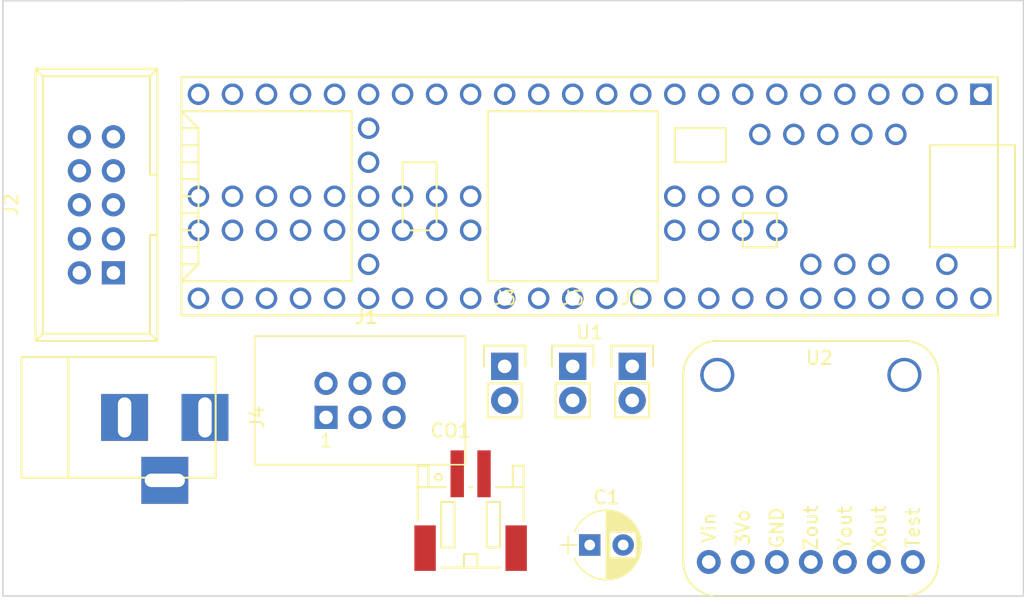
<source format=kicad_pcb>
(kicad_pcb (version 4) (host pcbnew 4.0.6)

  (general
    (links 31)
    (no_connects 31)
    (area 0 0 0 0)
    (thickness 1.6)
    (drawings 7)
    (tracks 0)
    (zones 0)
    (modules 10)
    (nets 90)
  )

  (page A4)
  (layers
    (0 F.Cu signal)
    (31 B.Cu signal)
    (32 B.Adhes user)
    (33 F.Adhes user)
    (34 B.Paste user)
    (35 F.Paste user)
    (36 B.SilkS user)
    (37 F.SilkS user)
    (38 B.Mask user)
    (39 F.Mask user)
    (40 Dwgs.User user)
    (41 Cmts.User user)
    (42 Eco1.User user)
    (43 Eco2.User user)
    (44 Edge.Cuts user)
    (45 Margin user)
    (46 B.CrtYd user)
    (47 F.CrtYd user)
    (48 B.Fab user)
    (49 F.Fab user)
  )

  (setup
    (last_trace_width 0.25)
    (trace_clearance 0.2)
    (zone_clearance 0.508)
    (zone_45_only no)
    (trace_min 0.2)
    (segment_width 0.2)
    (edge_width 0.1)
    (via_size 0.6)
    (via_drill 0.4)
    (via_min_size 0.4)
    (via_min_drill 0.3)
    (uvia_size 0.3)
    (uvia_drill 0.1)
    (uvias_allowed no)
    (uvia_min_size 0.2)
    (uvia_min_drill 0.1)
    (pcb_text_width 0.3)
    (pcb_text_size 1.5 1.5)
    (mod_edge_width 0.15)
    (mod_text_size 1 1)
    (mod_text_width 0.15)
    (pad_size 1.5 1.5)
    (pad_drill 0.6)
    (pad_to_mask_clearance 0)
    (aux_axis_origin 0 0)
    (visible_elements FFFFFF7F)
    (pcbplotparams
      (layerselection 0x00030_80000001)
      (usegerberextensions false)
      (excludeedgelayer true)
      (linewidth 0.100000)
      (plotframeref false)
      (viasonmask false)
      (mode 1)
      (useauxorigin false)
      (hpglpennumber 1)
      (hpglpenspeed 20)
      (hpglpendiameter 15)
      (hpglpenoverlay 2)
      (psnegative false)
      (psa4output false)
      (plotreference true)
      (plotvalue true)
      (plotinvisibletext false)
      (padsonsilk false)
      (subtractmaskfromsilk false)
      (outputformat 1)
      (mirror false)
      (drillshape 1)
      (scaleselection 1)
      (outputdirectory ""))
  )

  (net 0 "")
  (net 1 /5V)
  (net 2 /GND_)
  (net 3 /TX_GPS)
  (net 4 /TX-XB)
  (net 5 /RX-XB)
  (net 6 /RX-GPS)
  (net 7 /CTS-XB)
  (net 8 /CLK)
  (net 9 /CS-TC1)
  (net 10 /DIN)
  (net 11 /SCL)
  (net 12 /SDA)
  (net 13 /GIN)
  (net 14 /GIND)
  (net 15 /CS-TC2)
  (net 16 /XTRA)
  (net 17 "Net-(J4-Pad3)")
  (net 18 /DOUT)
  (net 19 "Net-(U1-Pad17)")
  (net 20 "Net-(U1-Pad18)")
  (net 21 "Net-(U1-Pad19)")
  (net 22 "Net-(U1-Pad20)")
  (net 23 "Net-(U1-Pad16)")
  (net 24 "Net-(U1-Pad15)")
  (net 25 "Net-(U1-Pad21)")
  (net 26 "Net-(U1-Pad22)")
  (net 27 "Net-(U1-Pad23)")
  (net 28 "Net-(U1-Pad24)")
  (net 29 "Net-(U1-Pad25)")
  (net 30 "Net-(U1-Pad26)")
  (net 31 "Net-(U1-Pad27)")
  (net 32 "Net-(U1-Pad28)")
  (net 33 "Net-(U1-Pad29)")
  (net 34 "Net-(U1-Pad33)")
  (net 35 "Net-(U1-Pad34)")
  (net 36 "Net-(U1-Pad35)")
  (net 37 "Net-(U1-Pad36)")
  (net 38 "Net-(U1-Pad37)")
  (net 39 /TX-GPS)
  (net 40 /CS_TS2)
  (net 41 "Net-(U1-Pad6)")
  (net 42 "Net-(U1-Pad4)")
  (net 43 "Net-(U1-Pad3)")
  (net 44 /TX_STRAT)
  (net 45 "Net-(U1-Pad38)")
  (net 46 "Net-(U1-Pad39)")
  (net 47 "Net-(U1-Pad41)")
  (net 48 "Net-(U1-Pad42)")
  (net 49 "Net-(U1-Pad43)")
  (net 50 "Net-(U1-Pad44)")
  (net 51 "Net-(U1-Pad47)")
  (net 52 "Net-(U1-Pad48)")
  (net 53 "Net-(U1-Pad49)")
  (net 54 "Net-(U1-Pad50)")
  (net 55 "Net-(U1-Pad51)")
  (net 56 "Net-(U1-Pad54)")
  (net 57 "Net-(U1-Pad56)")
  (net 58 "Net-(U1-Pad57)")
  (net 59 "Net-(U1-Pad63)")
  (net 60 "Net-(U1-Pad64)")
  (net 61 "Net-(U1-Pad65)")
  (net 62 "Net-(U1-Pad66)")
  (net 63 "Net-(U1-Pad67)")
  (net 64 "Net-(U1-Pad68)")
  (net 65 "Net-(U1-Pad69)")
  (net 66 "Net-(U1-Pad70)")
  (net 67 "Net-(U1-Pad71)")
  (net 68 "Net-(U1-Pad72)")
  (net 69 "Net-(U1-Pad73)")
  (net 70 "Net-(U1-Pad74)")
  (net 71 "Net-(U1-Pad75)")
  (net 72 "Net-(U1-Pad76)")
  (net 73 "Net-(U1-Pad77)")
  (net 74 "Net-(U1-Pad78)")
  (net 75 "Net-(U1-Pad79)")
  (net 76 "Net-(U1-Pad80)")
  (net 77 "Net-(U1-Pad81)")
  (net 78 "Net-(U1-Pad82)")
  (net 79 "Net-(U1-Pad83)")
  (net 80 "Net-(U1-Pad84)")
  (net 81 "Net-(U1-Pad85)")
  (net 82 "Net-(U1-Pad86)")
  (net 83 "Net-(U1-Pad58)")
  (net 84 "Net-(U1-Pad59)")
  (net 85 "Net-(U1-Pad60)")
  (net 86 "Net-(U1-Pad61)")
  (net 87 "Net-(U1-Pad62)")
  (net 88 "Net-(U2-Pad4)")
  (net 89 "Net-(U2-Pad2)")

  (net_class Default "This is the default net class."
    (clearance 0.2)
    (trace_width 0.25)
    (via_dia 0.6)
    (via_drill 0.4)
    (uvia_dia 0.3)
    (uvia_drill 0.1)
    (add_net /5V)
    (add_net /CLK)
    (add_net /CS-TC1)
    (add_net /CS-TC2)
    (add_net /CS_TS2)
    (add_net /CTS-XB)
    (add_net /DIN)
    (add_net /DOUT)
    (add_net /GIN)
    (add_net /GIND)
    (add_net /GND_)
    (add_net /RX-GPS)
    (add_net /RX-XB)
    (add_net /SCL)
    (add_net /SDA)
    (add_net /TX-GPS)
    (add_net /TX-XB)
    (add_net /TX_GPS)
    (add_net /TX_STRAT)
    (add_net /XTRA)
    (add_net "Net-(J4-Pad3)")
    (add_net "Net-(U1-Pad15)")
    (add_net "Net-(U1-Pad16)")
    (add_net "Net-(U1-Pad17)")
    (add_net "Net-(U1-Pad18)")
    (add_net "Net-(U1-Pad19)")
    (add_net "Net-(U1-Pad20)")
    (add_net "Net-(U1-Pad21)")
    (add_net "Net-(U1-Pad22)")
    (add_net "Net-(U1-Pad23)")
    (add_net "Net-(U1-Pad24)")
    (add_net "Net-(U1-Pad25)")
    (add_net "Net-(U1-Pad26)")
    (add_net "Net-(U1-Pad27)")
    (add_net "Net-(U1-Pad28)")
    (add_net "Net-(U1-Pad29)")
    (add_net "Net-(U1-Pad3)")
    (add_net "Net-(U1-Pad33)")
    (add_net "Net-(U1-Pad34)")
    (add_net "Net-(U1-Pad35)")
    (add_net "Net-(U1-Pad36)")
    (add_net "Net-(U1-Pad37)")
    (add_net "Net-(U1-Pad38)")
    (add_net "Net-(U1-Pad39)")
    (add_net "Net-(U1-Pad4)")
    (add_net "Net-(U1-Pad41)")
    (add_net "Net-(U1-Pad42)")
    (add_net "Net-(U1-Pad43)")
    (add_net "Net-(U1-Pad44)")
    (add_net "Net-(U1-Pad47)")
    (add_net "Net-(U1-Pad48)")
    (add_net "Net-(U1-Pad49)")
    (add_net "Net-(U1-Pad50)")
    (add_net "Net-(U1-Pad51)")
    (add_net "Net-(U1-Pad54)")
    (add_net "Net-(U1-Pad56)")
    (add_net "Net-(U1-Pad57)")
    (add_net "Net-(U1-Pad58)")
    (add_net "Net-(U1-Pad59)")
    (add_net "Net-(U1-Pad6)")
    (add_net "Net-(U1-Pad60)")
    (add_net "Net-(U1-Pad61)")
    (add_net "Net-(U1-Pad62)")
    (add_net "Net-(U1-Pad63)")
    (add_net "Net-(U1-Pad64)")
    (add_net "Net-(U1-Pad65)")
    (add_net "Net-(U1-Pad66)")
    (add_net "Net-(U1-Pad67)")
    (add_net "Net-(U1-Pad68)")
    (add_net "Net-(U1-Pad69)")
    (add_net "Net-(U1-Pad70)")
    (add_net "Net-(U1-Pad71)")
    (add_net "Net-(U1-Pad72)")
    (add_net "Net-(U1-Pad73)")
    (add_net "Net-(U1-Pad74)")
    (add_net "Net-(U1-Pad75)")
    (add_net "Net-(U1-Pad76)")
    (add_net "Net-(U1-Pad77)")
    (add_net "Net-(U1-Pad78)")
    (add_net "Net-(U1-Pad79)")
    (add_net "Net-(U1-Pad80)")
    (add_net "Net-(U1-Pad81)")
    (add_net "Net-(U1-Pad82)")
    (add_net "Net-(U1-Pad83)")
    (add_net "Net-(U1-Pad84)")
    (add_net "Net-(U1-Pad85)")
    (add_net "Net-(U1-Pad86)")
    (add_net "Net-(U2-Pad2)")
    (add_net "Net-(U2-Pad4)")
  )

  (module Capacitors_THT:CP_Radial_D5.0mm_P2.50mm (layer F.Cu) (tedit 58765D06) (tstamp 59A14B44)
    (at 156.845 76.835)
    (descr "CP, Radial series, Radial, pin pitch=2.50mm, , diameter=5mm, Electrolytic Capacitor")
    (tags "CP Radial series Radial pin pitch 2.50mm  diameter 5mm Electrolytic Capacitor")
    (path /595A3B64)
    (fp_text reference C1 (at 1.25 -3.56) (layer F.SilkS)
      (effects (font (size 1 1) (thickness 0.15)))
    )
    (fp_text value .1µf (at 1.25 3.56) (layer F.Fab)
      (effects (font (size 1 1) (thickness 0.15)))
    )
    (fp_arc (start 1.25 0) (end -1.147436 -0.98) (angle 135.5) (layer F.SilkS) (width 0.12))
    (fp_arc (start 1.25 0) (end -1.147436 0.98) (angle -135.5) (layer F.SilkS) (width 0.12))
    (fp_arc (start 1.25 0) (end 3.647436 -0.98) (angle 44.5) (layer F.SilkS) (width 0.12))
    (fp_circle (center 1.25 0) (end 3.75 0) (layer F.Fab) (width 0.1))
    (fp_line (start -2.2 0) (end -1 0) (layer F.Fab) (width 0.1))
    (fp_line (start -1.6 -0.65) (end -1.6 0.65) (layer F.Fab) (width 0.1))
    (fp_line (start 1.25 -2.55) (end 1.25 2.55) (layer F.SilkS) (width 0.12))
    (fp_line (start 1.29 -2.55) (end 1.29 2.55) (layer F.SilkS) (width 0.12))
    (fp_line (start 1.33 -2.549) (end 1.33 2.549) (layer F.SilkS) (width 0.12))
    (fp_line (start 1.37 -2.548) (end 1.37 2.548) (layer F.SilkS) (width 0.12))
    (fp_line (start 1.41 -2.546) (end 1.41 2.546) (layer F.SilkS) (width 0.12))
    (fp_line (start 1.45 -2.543) (end 1.45 2.543) (layer F.SilkS) (width 0.12))
    (fp_line (start 1.49 -2.539) (end 1.49 2.539) (layer F.SilkS) (width 0.12))
    (fp_line (start 1.53 -2.535) (end 1.53 -0.98) (layer F.SilkS) (width 0.12))
    (fp_line (start 1.53 0.98) (end 1.53 2.535) (layer F.SilkS) (width 0.12))
    (fp_line (start 1.57 -2.531) (end 1.57 -0.98) (layer F.SilkS) (width 0.12))
    (fp_line (start 1.57 0.98) (end 1.57 2.531) (layer F.SilkS) (width 0.12))
    (fp_line (start 1.61 -2.525) (end 1.61 -0.98) (layer F.SilkS) (width 0.12))
    (fp_line (start 1.61 0.98) (end 1.61 2.525) (layer F.SilkS) (width 0.12))
    (fp_line (start 1.65 -2.519) (end 1.65 -0.98) (layer F.SilkS) (width 0.12))
    (fp_line (start 1.65 0.98) (end 1.65 2.519) (layer F.SilkS) (width 0.12))
    (fp_line (start 1.69 -2.513) (end 1.69 -0.98) (layer F.SilkS) (width 0.12))
    (fp_line (start 1.69 0.98) (end 1.69 2.513) (layer F.SilkS) (width 0.12))
    (fp_line (start 1.73 -2.506) (end 1.73 -0.98) (layer F.SilkS) (width 0.12))
    (fp_line (start 1.73 0.98) (end 1.73 2.506) (layer F.SilkS) (width 0.12))
    (fp_line (start 1.77 -2.498) (end 1.77 -0.98) (layer F.SilkS) (width 0.12))
    (fp_line (start 1.77 0.98) (end 1.77 2.498) (layer F.SilkS) (width 0.12))
    (fp_line (start 1.81 -2.489) (end 1.81 -0.98) (layer F.SilkS) (width 0.12))
    (fp_line (start 1.81 0.98) (end 1.81 2.489) (layer F.SilkS) (width 0.12))
    (fp_line (start 1.85 -2.48) (end 1.85 -0.98) (layer F.SilkS) (width 0.12))
    (fp_line (start 1.85 0.98) (end 1.85 2.48) (layer F.SilkS) (width 0.12))
    (fp_line (start 1.89 -2.47) (end 1.89 -0.98) (layer F.SilkS) (width 0.12))
    (fp_line (start 1.89 0.98) (end 1.89 2.47) (layer F.SilkS) (width 0.12))
    (fp_line (start 1.93 -2.46) (end 1.93 -0.98) (layer F.SilkS) (width 0.12))
    (fp_line (start 1.93 0.98) (end 1.93 2.46) (layer F.SilkS) (width 0.12))
    (fp_line (start 1.971 -2.448) (end 1.971 -0.98) (layer F.SilkS) (width 0.12))
    (fp_line (start 1.971 0.98) (end 1.971 2.448) (layer F.SilkS) (width 0.12))
    (fp_line (start 2.011 -2.436) (end 2.011 -0.98) (layer F.SilkS) (width 0.12))
    (fp_line (start 2.011 0.98) (end 2.011 2.436) (layer F.SilkS) (width 0.12))
    (fp_line (start 2.051 -2.424) (end 2.051 -0.98) (layer F.SilkS) (width 0.12))
    (fp_line (start 2.051 0.98) (end 2.051 2.424) (layer F.SilkS) (width 0.12))
    (fp_line (start 2.091 -2.41) (end 2.091 -0.98) (layer F.SilkS) (width 0.12))
    (fp_line (start 2.091 0.98) (end 2.091 2.41) (layer F.SilkS) (width 0.12))
    (fp_line (start 2.131 -2.396) (end 2.131 -0.98) (layer F.SilkS) (width 0.12))
    (fp_line (start 2.131 0.98) (end 2.131 2.396) (layer F.SilkS) (width 0.12))
    (fp_line (start 2.171 -2.382) (end 2.171 -0.98) (layer F.SilkS) (width 0.12))
    (fp_line (start 2.171 0.98) (end 2.171 2.382) (layer F.SilkS) (width 0.12))
    (fp_line (start 2.211 -2.366) (end 2.211 -0.98) (layer F.SilkS) (width 0.12))
    (fp_line (start 2.211 0.98) (end 2.211 2.366) (layer F.SilkS) (width 0.12))
    (fp_line (start 2.251 -2.35) (end 2.251 -0.98) (layer F.SilkS) (width 0.12))
    (fp_line (start 2.251 0.98) (end 2.251 2.35) (layer F.SilkS) (width 0.12))
    (fp_line (start 2.291 -2.333) (end 2.291 -0.98) (layer F.SilkS) (width 0.12))
    (fp_line (start 2.291 0.98) (end 2.291 2.333) (layer F.SilkS) (width 0.12))
    (fp_line (start 2.331 -2.315) (end 2.331 -0.98) (layer F.SilkS) (width 0.12))
    (fp_line (start 2.331 0.98) (end 2.331 2.315) (layer F.SilkS) (width 0.12))
    (fp_line (start 2.371 -2.296) (end 2.371 -0.98) (layer F.SilkS) (width 0.12))
    (fp_line (start 2.371 0.98) (end 2.371 2.296) (layer F.SilkS) (width 0.12))
    (fp_line (start 2.411 -2.276) (end 2.411 -0.98) (layer F.SilkS) (width 0.12))
    (fp_line (start 2.411 0.98) (end 2.411 2.276) (layer F.SilkS) (width 0.12))
    (fp_line (start 2.451 -2.256) (end 2.451 -0.98) (layer F.SilkS) (width 0.12))
    (fp_line (start 2.451 0.98) (end 2.451 2.256) (layer F.SilkS) (width 0.12))
    (fp_line (start 2.491 -2.234) (end 2.491 -0.98) (layer F.SilkS) (width 0.12))
    (fp_line (start 2.491 0.98) (end 2.491 2.234) (layer F.SilkS) (width 0.12))
    (fp_line (start 2.531 -2.212) (end 2.531 -0.98) (layer F.SilkS) (width 0.12))
    (fp_line (start 2.531 0.98) (end 2.531 2.212) (layer F.SilkS) (width 0.12))
    (fp_line (start 2.571 -2.189) (end 2.571 -0.98) (layer F.SilkS) (width 0.12))
    (fp_line (start 2.571 0.98) (end 2.571 2.189) (layer F.SilkS) (width 0.12))
    (fp_line (start 2.611 -2.165) (end 2.611 -0.98) (layer F.SilkS) (width 0.12))
    (fp_line (start 2.611 0.98) (end 2.611 2.165) (layer F.SilkS) (width 0.12))
    (fp_line (start 2.651 -2.14) (end 2.651 -0.98) (layer F.SilkS) (width 0.12))
    (fp_line (start 2.651 0.98) (end 2.651 2.14) (layer F.SilkS) (width 0.12))
    (fp_line (start 2.691 -2.113) (end 2.691 -0.98) (layer F.SilkS) (width 0.12))
    (fp_line (start 2.691 0.98) (end 2.691 2.113) (layer F.SilkS) (width 0.12))
    (fp_line (start 2.731 -2.086) (end 2.731 -0.98) (layer F.SilkS) (width 0.12))
    (fp_line (start 2.731 0.98) (end 2.731 2.086) (layer F.SilkS) (width 0.12))
    (fp_line (start 2.771 -2.058) (end 2.771 -0.98) (layer F.SilkS) (width 0.12))
    (fp_line (start 2.771 0.98) (end 2.771 2.058) (layer F.SilkS) (width 0.12))
    (fp_line (start 2.811 -2.028) (end 2.811 -0.98) (layer F.SilkS) (width 0.12))
    (fp_line (start 2.811 0.98) (end 2.811 2.028) (layer F.SilkS) (width 0.12))
    (fp_line (start 2.851 -1.997) (end 2.851 -0.98) (layer F.SilkS) (width 0.12))
    (fp_line (start 2.851 0.98) (end 2.851 1.997) (layer F.SilkS) (width 0.12))
    (fp_line (start 2.891 -1.965) (end 2.891 -0.98) (layer F.SilkS) (width 0.12))
    (fp_line (start 2.891 0.98) (end 2.891 1.965) (layer F.SilkS) (width 0.12))
    (fp_line (start 2.931 -1.932) (end 2.931 -0.98) (layer F.SilkS) (width 0.12))
    (fp_line (start 2.931 0.98) (end 2.931 1.932) (layer F.SilkS) (width 0.12))
    (fp_line (start 2.971 -1.897) (end 2.971 -0.98) (layer F.SilkS) (width 0.12))
    (fp_line (start 2.971 0.98) (end 2.971 1.897) (layer F.SilkS) (width 0.12))
    (fp_line (start 3.011 -1.861) (end 3.011 -0.98) (layer F.SilkS) (width 0.12))
    (fp_line (start 3.011 0.98) (end 3.011 1.861) (layer F.SilkS) (width 0.12))
    (fp_line (start 3.051 -1.823) (end 3.051 -0.98) (layer F.SilkS) (width 0.12))
    (fp_line (start 3.051 0.98) (end 3.051 1.823) (layer F.SilkS) (width 0.12))
    (fp_line (start 3.091 -1.783) (end 3.091 -0.98) (layer F.SilkS) (width 0.12))
    (fp_line (start 3.091 0.98) (end 3.091 1.783) (layer F.SilkS) (width 0.12))
    (fp_line (start 3.131 -1.742) (end 3.131 -0.98) (layer F.SilkS) (width 0.12))
    (fp_line (start 3.131 0.98) (end 3.131 1.742) (layer F.SilkS) (width 0.12))
    (fp_line (start 3.171 -1.699) (end 3.171 -0.98) (layer F.SilkS) (width 0.12))
    (fp_line (start 3.171 0.98) (end 3.171 1.699) (layer F.SilkS) (width 0.12))
    (fp_line (start 3.211 -1.654) (end 3.211 -0.98) (layer F.SilkS) (width 0.12))
    (fp_line (start 3.211 0.98) (end 3.211 1.654) (layer F.SilkS) (width 0.12))
    (fp_line (start 3.251 -1.606) (end 3.251 -0.98) (layer F.SilkS) (width 0.12))
    (fp_line (start 3.251 0.98) (end 3.251 1.606) (layer F.SilkS) (width 0.12))
    (fp_line (start 3.291 -1.556) (end 3.291 -0.98) (layer F.SilkS) (width 0.12))
    (fp_line (start 3.291 0.98) (end 3.291 1.556) (layer F.SilkS) (width 0.12))
    (fp_line (start 3.331 -1.504) (end 3.331 -0.98) (layer F.SilkS) (width 0.12))
    (fp_line (start 3.331 0.98) (end 3.331 1.504) (layer F.SilkS) (width 0.12))
    (fp_line (start 3.371 -1.448) (end 3.371 -0.98) (layer F.SilkS) (width 0.12))
    (fp_line (start 3.371 0.98) (end 3.371 1.448) (layer F.SilkS) (width 0.12))
    (fp_line (start 3.411 -1.39) (end 3.411 -0.98) (layer F.SilkS) (width 0.12))
    (fp_line (start 3.411 0.98) (end 3.411 1.39) (layer F.SilkS) (width 0.12))
    (fp_line (start 3.451 -1.327) (end 3.451 -0.98) (layer F.SilkS) (width 0.12))
    (fp_line (start 3.451 0.98) (end 3.451 1.327) (layer F.SilkS) (width 0.12))
    (fp_line (start 3.491 -1.261) (end 3.491 1.261) (layer F.SilkS) (width 0.12))
    (fp_line (start 3.531 -1.189) (end 3.531 1.189) (layer F.SilkS) (width 0.12))
    (fp_line (start 3.571 -1.112) (end 3.571 1.112) (layer F.SilkS) (width 0.12))
    (fp_line (start 3.611 -1.028) (end 3.611 1.028) (layer F.SilkS) (width 0.12))
    (fp_line (start 3.651 -0.934) (end 3.651 0.934) (layer F.SilkS) (width 0.12))
    (fp_line (start 3.691 -0.829) (end 3.691 0.829) (layer F.SilkS) (width 0.12))
    (fp_line (start 3.731 -0.707) (end 3.731 0.707) (layer F.SilkS) (width 0.12))
    (fp_line (start 3.771 -0.559) (end 3.771 0.559) (layer F.SilkS) (width 0.12))
    (fp_line (start 3.811 -0.354) (end 3.811 0.354) (layer F.SilkS) (width 0.12))
    (fp_line (start -2.2 0) (end -1 0) (layer F.SilkS) (width 0.12))
    (fp_line (start -1.6 -0.65) (end -1.6 0.65) (layer F.SilkS) (width 0.12))
    (fp_line (start -1.6 -2.85) (end -1.6 2.85) (layer F.CrtYd) (width 0.05))
    (fp_line (start -1.6 2.85) (end 4.1 2.85) (layer F.CrtYd) (width 0.05))
    (fp_line (start 4.1 2.85) (end 4.1 -2.85) (layer F.CrtYd) (width 0.05))
    (fp_line (start 4.1 -2.85) (end -1.6 -2.85) (layer F.CrtYd) (width 0.05))
    (pad 1 thru_hole rect (at 0 0) (size 1.6 1.6) (drill 0.8) (layers *.Cu *.Mask)
      (net 1 /5V))
    (pad 2 thru_hole circle (at 2.5 0) (size 1.6 1.6) (drill 0.8) (layers *.Cu *.Mask)
      (net 2 /GND_))
    (model Capacitors_THT.3dshapes/CP_Radial_D5.0mm_P2.50mm.wrl
      (at (xyz 0 0 0))
      (scale (xyz 0.393701 0.393701 0.393701))
      (rotate (xyz 0 0 0))
    )
  )

  (module Connectors_JST:JST_PH_S2B-PH-SM4-TB_02x2.00mm_Angled (layer F.Cu) (tedit 56B07788) (tstamp 59A14B68)
    (at 147.955 74.295)
    (descr http://www.jst-mfg.com/product/pdf/eng/ePH.pdf)
    (tags "connector jst ph")
    (path /595E93CF)
    (attr smd)
    (fp_text reference CO1 (at -1.5 -6) (layer F.SilkS)
      (effects (font (size 1 1) (thickness 0.15)))
    )
    (fp_text value CONN_JST_2Pin (at 0 6) (layer F.Fab)
      (effects (font (size 1 1) (thickness 0.15)))
    )
    (fp_circle (center -2.4 -2.525) (end -2.15 -2.525) (layer F.SilkS) (width 0.15))
    (fp_line (start -0.5 4.225) (end -0.5 3.225) (layer F.SilkS) (width 0.15))
    (fp_line (start -0.5 3.225) (end 0.5 3.225) (layer F.SilkS) (width 0.15))
    (fp_line (start 0.5 3.225) (end 0.5 4.225) (layer F.SilkS) (width 0.15))
    (fp_line (start -1.9 -1.775) (end -3.15 -1.775) (layer F.SilkS) (width 0.15))
    (fp_line (start -3.15 -1.775) (end -3.15 -3.375) (layer F.SilkS) (width 0.15))
    (fp_line (start -3.15 -3.375) (end -3.95 -3.375) (layer F.SilkS) (width 0.15))
    (fp_line (start -3.95 -3.375) (end -3.95 0.725) (layer F.SilkS) (width 0.15))
    (fp_line (start -3.15 -1.775) (end -3.95 -1.775) (layer F.SilkS) (width 0.15))
    (fp_line (start 1.9 -1.775) (end 3.15 -1.775) (layer F.SilkS) (width 0.15))
    (fp_line (start 3.15 -1.775) (end 3.15 -3.375) (layer F.SilkS) (width 0.15))
    (fp_line (start 3.15 -3.375) (end 3.95 -3.375) (layer F.SilkS) (width 0.15))
    (fp_line (start 3.95 -3.375) (end 3.95 0.725) (layer F.SilkS) (width 0.15))
    (fp_line (start 3.15 -1.775) (end 3.95 -1.775) (layer F.SilkS) (width 0.15))
    (fp_line (start -2.2 4.225) (end 2.2 4.225) (layer F.SilkS) (width 0.15))
    (fp_line (start -2.2 -0.675) (end -2.2 2.725) (layer F.SilkS) (width 0.15))
    (fp_line (start -2.2 2.725) (end -1.2 2.725) (layer F.SilkS) (width 0.15))
    (fp_line (start -1.2 2.725) (end -1.2 -0.675) (layer F.SilkS) (width 0.15))
    (fp_line (start -1.2 -0.675) (end -2.2 -0.675) (layer F.SilkS) (width 0.15))
    (fp_line (start 2.2 -0.675) (end 2.2 2.725) (layer F.SilkS) (width 0.15))
    (fp_line (start 2.2 2.725) (end 1.2 2.725) (layer F.SilkS) (width 0.15))
    (fp_line (start 1.2 2.725) (end 1.2 -0.675) (layer F.SilkS) (width 0.15))
    (fp_line (start 1.2 -0.675) (end 2.2 -0.675) (layer F.SilkS) (width 0.15))
    (fp_line (start -0.1 -1.775) (end 0.1 -1.775) (layer F.SilkS) (width 0.15))
    (fp_line (start -4.7 5) (end -4.7 -5.05) (layer F.CrtYd) (width 0.05))
    (fp_line (start -4.7 -5.05) (end 4.7 -5.05) (layer F.CrtYd) (width 0.05))
    (fp_line (start 4.7 -5.05) (end 4.7 5) (layer F.CrtYd) (width 0.05))
    (fp_line (start 4.7 5) (end -4.7 5) (layer F.CrtYd) (width 0.05))
    (pad 1 smd rect (at -1 -2.775) (size 1 3.5) (layers F.Cu F.Paste F.Mask))
    (pad 2 smd rect (at 1 -2.775) (size 1 3.5) (layers F.Cu F.Paste F.Mask))
    (pad "" smd rect (at -3.4 2.775) (size 1.6 3.4) (layers F.Cu F.Paste F.Mask))
    (pad "" smd rect (at 3.4 2.775) (size 1.6 3.4) (layers F.Cu F.Paste F.Mask))
  )

  (module Connectors:IDC_Header_Straight_6pins (layer F.Cu) (tedit 584BD5A1) (tstamp 59A14B8A)
    (at 137.16 67.31)
    (descr "6 pins through hole IDC header")
    (tags "IDC header socket VASCH AVR ISP")
    (path /595A37A4)
    (fp_text reference J1 (at 3 -7.5) (layer F.SilkS)
      (effects (font (size 1 1) (thickness 0.15)))
    )
    (fp_text value CONN_02X03 (at 3 5) (layer F.Fab)
      (effects (font (size 1 1) (thickness 0.15)))
    )
    (fp_line (start -5.08 -5.82) (end 10.16 -5.82) (layer F.Fab) (width 0.1))
    (fp_line (start -4.54 -5.27) (end 9.6 -5.27) (layer F.Fab) (width 0.1))
    (fp_line (start -5.08 3.28) (end 10.16 3.28) (layer F.Fab) (width 0.1))
    (fp_line (start -4.54 2.73) (end 0.29 2.73) (layer F.Fab) (width 0.1))
    (fp_line (start 4.79 2.73) (end 9.6 2.73) (layer F.Fab) (width 0.1))
    (fp_line (start 0.29 2.73) (end 0.29 3.28) (layer F.Fab) (width 0.1))
    (fp_line (start 4.79 2.73) (end 4.79 3.28) (layer F.Fab) (width 0.1))
    (fp_line (start -5.08 -5.82) (end -5.08 3.28) (layer F.Fab) (width 0.1))
    (fp_line (start -4.54 -5.27) (end -4.54 2.73) (layer F.Fab) (width 0.1))
    (fp_line (start 10.16 -5.82) (end 10.16 3.28) (layer F.Fab) (width 0.1))
    (fp_line (start 9.6 -5.27) (end 9.6 2.73) (layer F.Fab) (width 0.1))
    (fp_line (start -5.08 -5.82) (end -4.54 -5.27) (layer F.Fab) (width 0.1))
    (fp_line (start 10.16 -5.82) (end 9.6 -5.27) (layer F.Fab) (width 0.1))
    (fp_line (start -5.08 3.28) (end -4.54 2.73) (layer F.Fab) (width 0.1))
    (fp_line (start 10.16 3.28) (end 9.6 2.73) (layer F.Fab) (width 0.1))
    (fp_line (start -5.58 -6.32) (end 10.66 -6.32) (layer F.CrtYd) (width 0.05))
    (fp_line (start 10.66 -6.32) (end 10.66 3.78) (layer F.CrtYd) (width 0.05))
    (fp_line (start 10.66 3.78) (end -5.58 3.78) (layer F.CrtYd) (width 0.05))
    (fp_line (start -5.58 3.78) (end -5.58 -6.32) (layer F.CrtYd) (width 0.05))
    (fp_text user 1 (at 0.02 1.72) (layer F.SilkS)
      (effects (font (size 1 1) (thickness 0.12)))
    )
    (fp_line (start -5.33 -6.07) (end 10.41 -6.07) (layer F.SilkS) (width 0.12))
    (fp_line (start 10.41 -6.07) (end 10.41 3.53) (layer F.SilkS) (width 0.12))
    (fp_line (start 10.41 3.53) (end -5.33 3.53) (layer F.SilkS) (width 0.12))
    (fp_line (start -5.33 3.53) (end -5.33 -6.07) (layer F.SilkS) (width 0.12))
    (pad 1 thru_hole rect (at 0 0) (size 1.7272 1.7272) (drill 1.016) (layers *.Cu *.Mask)
      (net 3 /TX_GPS))
    (pad 2 thru_hole oval (at 0 -2.54) (size 1.7272 1.7272) (drill 1.016) (layers *.Cu *.Mask)
      (net 2 /GND_))
    (pad 3 thru_hole oval (at 2.54 0) (size 1.7272 1.7272) (drill 1.016) (layers *.Cu *.Mask)
      (net 4 /TX-XB))
    (pad 4 thru_hole oval (at 2.54 -2.54) (size 1.7272 1.7272) (drill 1.016) (layers *.Cu *.Mask)
      (net 5 /RX-XB))
    (pad 5 thru_hole oval (at 5.08 0) (size 1.7272 1.7272) (drill 1.016) (layers *.Cu *.Mask)
      (net 6 /RX-GPS))
    (pad 6 thru_hole oval (at 5.08 -2.54) (size 1.7272 1.7272) (drill 1.016) (layers *.Cu *.Mask)
      (net 7 /CTS-XB))
  )

  (module Connectors:IDC_Header_Straight_10pins (layer F.Cu) (tedit 0) (tstamp 59A14BAB)
    (at 121.285 56.515 90)
    (descr "10 pins through hole IDC header")
    (tags "IDC header socket VASCH")
    (path /5959735F)
    (fp_text reference J2 (at 5.08 -7.62 90) (layer F.SilkS)
      (effects (font (size 1 1) (thickness 0.15)))
    )
    (fp_text value CONN_02X05 (at 5.08 5.223 90) (layer F.Fab)
      (effects (font (size 1 1) (thickness 0.15)))
    )
    (fp_line (start -5.08 -5.82) (end 15.24 -5.82) (layer F.SilkS) (width 0.15))
    (fp_line (start -4.54 -5.27) (end 14.68 -5.27) (layer F.SilkS) (width 0.15))
    (fp_line (start -5.08 3.28) (end 15.24 3.28) (layer F.SilkS) (width 0.15))
    (fp_line (start -4.54 2.73) (end 2.83 2.73) (layer F.SilkS) (width 0.15))
    (fp_line (start 7.33 2.73) (end 14.68 2.73) (layer F.SilkS) (width 0.15))
    (fp_line (start 2.83 2.73) (end 2.83 3.28) (layer F.SilkS) (width 0.15))
    (fp_line (start 7.33 2.73) (end 7.33 3.28) (layer F.SilkS) (width 0.15))
    (fp_line (start -5.08 -5.82) (end -5.08 3.28) (layer F.SilkS) (width 0.15))
    (fp_line (start -4.54 -5.27) (end -4.54 2.73) (layer F.SilkS) (width 0.15))
    (fp_line (start 15.24 -5.82) (end 15.24 3.28) (layer F.SilkS) (width 0.15))
    (fp_line (start 14.68 -5.27) (end 14.68 2.73) (layer F.SilkS) (width 0.15))
    (fp_line (start -5.08 -5.82) (end -4.54 -5.27) (layer F.SilkS) (width 0.15))
    (fp_line (start 15.24 -5.82) (end 14.68 -5.27) (layer F.SilkS) (width 0.15))
    (fp_line (start -5.08 3.28) (end -4.54 2.73) (layer F.SilkS) (width 0.15))
    (fp_line (start 15.24 3.28) (end 14.68 2.73) (layer F.SilkS) (width 0.15))
    (fp_line (start -5.35 -6.05) (end 15.5 -6.05) (layer F.CrtYd) (width 0.05))
    (fp_line (start 15.5 -6.05) (end 15.5 3.55) (layer F.CrtYd) (width 0.05))
    (fp_line (start 15.5 3.55) (end -5.35 3.55) (layer F.CrtYd) (width 0.05))
    (fp_line (start -5.35 3.55) (end -5.35 -6.05) (layer F.CrtYd) (width 0.05))
    (pad 1 thru_hole rect (at 0 0 90) (size 1.7272 1.7272) (drill 1.016) (layers *.Cu *.Mask)
      (net 8 /CLK))
    (pad 2 thru_hole oval (at 0 -2.54 90) (size 1.7272 1.7272) (drill 1.016) (layers *.Cu *.Mask)
      (net 9 /CS-TC1))
    (pad 3 thru_hole oval (at 2.54 0 90) (size 1.7272 1.7272) (drill 1.016) (layers *.Cu *.Mask)
      (net 10 /DIN))
    (pad 4 thru_hole oval (at 2.54 -2.54 90) (size 1.7272 1.7272) (drill 1.016) (layers *.Cu *.Mask)
      (net 2 /GND_))
    (pad 5 thru_hole oval (at 5.08 0 90) (size 1.7272 1.7272) (drill 1.016) (layers *.Cu *.Mask)
      (net 11 /SCL))
    (pad 6 thru_hole oval (at 5.08 -2.54 90) (size 1.7272 1.7272) (drill 1.016) (layers *.Cu *.Mask)
      (net 12 /SDA))
    (pad 7 thru_hole oval (at 7.62 0 90) (size 1.7272 1.7272) (drill 1.016) (layers *.Cu *.Mask)
      (net 13 /GIN))
    (pad 8 thru_hole oval (at 7.62 -2.54 90) (size 1.7272 1.7272) (drill 1.016) (layers *.Cu *.Mask)
      (net 14 /GIND))
    (pad 9 thru_hole oval (at 10.16 0 90) (size 1.7272 1.7272) (drill 1.016) (layers *.Cu *.Mask)
      (net 15 /CS-TC2))
    (pad 10 thru_hole oval (at 10.16 -2.54 90) (size 1.7272 1.7272) (drill 1.016) (layers *.Cu *.Mask)
      (net 16 /XTRA))
  )

  (module Pin_Headers:Pin_Header_Straight_1x02 (layer F.Cu) (tedit 54EA090C) (tstamp 59A14BBC)
    (at 150.495 63.5)
    (descr "Through hole pin header")
    (tags "pin header")
    (path /595E9E99)
    (fp_text reference J3 (at 0 -5.1) (layer F.SilkS)
      (effects (font (size 1 1) (thickness 0.15)))
    )
    (fp_text value POW_BYP (at 0 -3.1) (layer F.Fab)
      (effects (font (size 1 1) (thickness 0.15)))
    )
    (fp_line (start 1.27 1.27) (end 1.27 3.81) (layer F.SilkS) (width 0.15))
    (fp_line (start 1.55 -1.55) (end 1.55 0) (layer F.SilkS) (width 0.15))
    (fp_line (start -1.75 -1.75) (end -1.75 4.3) (layer F.CrtYd) (width 0.05))
    (fp_line (start 1.75 -1.75) (end 1.75 4.3) (layer F.CrtYd) (width 0.05))
    (fp_line (start -1.75 -1.75) (end 1.75 -1.75) (layer F.CrtYd) (width 0.05))
    (fp_line (start -1.75 4.3) (end 1.75 4.3) (layer F.CrtYd) (width 0.05))
    (fp_line (start 1.27 1.27) (end -1.27 1.27) (layer F.SilkS) (width 0.15))
    (fp_line (start -1.55 0) (end -1.55 -1.55) (layer F.SilkS) (width 0.15))
    (fp_line (start -1.55 -1.55) (end 1.55 -1.55) (layer F.SilkS) (width 0.15))
    (fp_line (start -1.27 1.27) (end -1.27 3.81) (layer F.SilkS) (width 0.15))
    (fp_line (start -1.27 3.81) (end 1.27 3.81) (layer F.SilkS) (width 0.15))
    (pad 1 thru_hole rect (at 0 0) (size 2.032 2.032) (drill 1.016) (layers *.Cu *.Mask)
      (net 1 /5V))
    (pad 2 thru_hole oval (at 0 2.54) (size 2.032 2.032) (drill 1.016) (layers *.Cu *.Mask)
      (net 2 /GND_))
    (model Pin_Headers.3dshapes/Pin_Header_Straight_1x02.wrl
      (at (xyz 0 -0.05 0))
      (scale (xyz 1 1 1))
      (rotate (xyz 0 0 90))
    )
  )

  (module Connectors:BARREL_JACK (layer F.Cu) (tedit 0) (tstamp 59A14BC8)
    (at 121.92 67.31)
    (descr "DC Barrel Jack")
    (tags "Power Jack")
    (path /595A3659)
    (fp_text reference J4 (at 10.09904 0 90) (layer F.SilkS)
      (effects (font (size 1 1) (thickness 0.15)))
    )
    (fp_text value BARREL_JACK (at 0 -5.99948) (layer F.Fab)
      (effects (font (size 1 1) (thickness 0.15)))
    )
    (fp_line (start -4.0005 -4.50088) (end -4.0005 4.50088) (layer F.SilkS) (width 0.15))
    (fp_line (start -7.50062 -4.50088) (end -7.50062 4.50088) (layer F.SilkS) (width 0.15))
    (fp_line (start -7.50062 4.50088) (end 7.00024 4.50088) (layer F.SilkS) (width 0.15))
    (fp_line (start 7.00024 4.50088) (end 7.00024 -4.50088) (layer F.SilkS) (width 0.15))
    (fp_line (start 7.00024 -4.50088) (end -7.50062 -4.50088) (layer F.SilkS) (width 0.15))
    (pad 1 thru_hole rect (at 6.20014 0) (size 3.50012 3.50012) (drill oval 1.00076 2.99974) (layers *.Cu *.Mask)
      (net 1 /5V))
    (pad 2 thru_hole rect (at 0.20066 0) (size 3.50012 3.50012) (drill oval 1.00076 2.99974) (layers *.Cu *.Mask)
      (net 2 /GND_))
    (pad 3 thru_hole rect (at 3.2004 4.699) (size 3.50012 3.50012) (drill oval 2.99974 1.00076) (layers *.Cu *.Mask)
      (net 17 "Net-(J4-Pad3)"))
  )

  (module Pin_Headers:Pin_Header_Straight_1x02 (layer F.Cu) (tedit 54EA090C) (tstamp 59A14BD9)
    (at 155.575 63.5)
    (descr "Through hole pin header")
    (tags "pin header")
    (path /5961A470)
    (fp_text reference J5 (at 0 -5.1) (layer F.SilkS)
      (effects (font (size 1 1) (thickness 0.15)))
    )
    (fp_text value CONN_01X02 (at 0 -3.1) (layer F.Fab)
      (effects (font (size 1 1) (thickness 0.15)))
    )
    (fp_line (start 1.27 1.27) (end 1.27 3.81) (layer F.SilkS) (width 0.15))
    (fp_line (start 1.55 -1.55) (end 1.55 0) (layer F.SilkS) (width 0.15))
    (fp_line (start -1.75 -1.75) (end -1.75 4.3) (layer F.CrtYd) (width 0.05))
    (fp_line (start 1.75 -1.75) (end 1.75 4.3) (layer F.CrtYd) (width 0.05))
    (fp_line (start -1.75 -1.75) (end 1.75 -1.75) (layer F.CrtYd) (width 0.05))
    (fp_line (start -1.75 4.3) (end 1.75 4.3) (layer F.CrtYd) (width 0.05))
    (fp_line (start 1.27 1.27) (end -1.27 1.27) (layer F.SilkS) (width 0.15))
    (fp_line (start -1.55 0) (end -1.55 -1.55) (layer F.SilkS) (width 0.15))
    (fp_line (start -1.55 -1.55) (end 1.55 -1.55) (layer F.SilkS) (width 0.15))
    (fp_line (start -1.27 1.27) (end -1.27 3.81) (layer F.SilkS) (width 0.15))
    (fp_line (start -1.27 3.81) (end 1.27 3.81) (layer F.SilkS) (width 0.15))
    (pad 1 thru_hole rect (at 0 0) (size 2.032 2.032) (drill 1.016) (layers *.Cu *.Mask)
      (net 10 /DIN))
    (pad 2 thru_hole oval (at 0 2.54) (size 2.032 2.032) (drill 1.016) (layers *.Cu *.Mask)
      (net 18 /DOUT))
    (model Pin_Headers.3dshapes/Pin_Header_Straight_1x02.wrl
      (at (xyz 0 -0.05 0))
      (scale (xyz 1 1 1))
      (rotate (xyz 0 0 90))
    )
  )

  (module Pin_Headers:Pin_Header_Straight_1x02 (layer F.Cu) (tedit 54EA090C) (tstamp 59A14BEA)
    (at 160.02 63.5)
    (descr "Through hole pin header")
    (tags "pin header")
    (path /5961A545)
    (fp_text reference J6 (at 0 -5.1) (layer F.SilkS)
      (effects (font (size 1 1) (thickness 0.15)))
    )
    (fp_text value CONN_01X02 (at 0 -3.1) (layer F.Fab)
      (effects (font (size 1 1) (thickness 0.15)))
    )
    (fp_line (start 1.27 1.27) (end 1.27 3.81) (layer F.SilkS) (width 0.15))
    (fp_line (start 1.55 -1.55) (end 1.55 0) (layer F.SilkS) (width 0.15))
    (fp_line (start -1.75 -1.75) (end -1.75 4.3) (layer F.CrtYd) (width 0.05))
    (fp_line (start 1.75 -1.75) (end 1.75 4.3) (layer F.CrtYd) (width 0.05))
    (fp_line (start -1.75 -1.75) (end 1.75 -1.75) (layer F.CrtYd) (width 0.05))
    (fp_line (start -1.75 4.3) (end 1.75 4.3) (layer F.CrtYd) (width 0.05))
    (fp_line (start 1.27 1.27) (end -1.27 1.27) (layer F.SilkS) (width 0.15))
    (fp_line (start -1.55 0) (end -1.55 -1.55) (layer F.SilkS) (width 0.15))
    (fp_line (start -1.55 -1.55) (end 1.55 -1.55) (layer F.SilkS) (width 0.15))
    (fp_line (start -1.27 1.27) (end -1.27 3.81) (layer F.SilkS) (width 0.15))
    (fp_line (start -1.27 3.81) (end 1.27 3.81) (layer F.SilkS) (width 0.15))
    (pad 1 thru_hole rect (at 0 0) (size 2.032 2.032) (drill 1.016) (layers *.Cu *.Mask)
      (net 11 /SCL))
    (pad 2 thru_hole oval (at 0 2.54) (size 2.032 2.032) (drill 1.016) (layers *.Cu *.Mask)
      (net 12 /SDA))
    (model Pin_Headers.3dshapes/Pin_Header_Straight_1x02.wrl
      (at (xyz 0 -0.05 0))
      (scale (xyz 1 1 1))
      (rotate (xyz 0 0 90))
    )
  )

  (module Teensy:Teensy35_36 (layer F.Cu) (tedit 58E3CF68) (tstamp 59A14C44)
    (at 156.845 50.8 180)
    (path /595E6F00)
    (fp_text reference U1 (at 0 -10.16 180) (layer F.SilkS)
      (effects (font (size 1 1) (thickness 0.15)))
    )
    (fp_text value Teensy3.5 (at 0 10.16 180) (layer F.Fab)
      (effects (font (size 1 1) (thickness 0.15)))
    )
    (fp_line (start -13.97 -3.81) (end -13.97 -1.27) (layer F.SilkS) (width 0.15))
    (fp_line (start -13.97 -1.27) (end -11.43 -1.27) (layer F.SilkS) (width 0.15))
    (fp_line (start -11.43 -1.27) (end -11.43 -3.81) (layer F.SilkS) (width 0.15))
    (fp_line (start -11.43 -3.81) (end -13.97 -3.81) (layer F.SilkS) (width 0.15))
    (fp_line (start -6.35 5.08) (end -10.16 5.08) (layer F.SilkS) (width 0.15))
    (fp_line (start -10.16 5.08) (end -10.16 2.54) (layer F.SilkS) (width 0.15))
    (fp_line (start -10.16 2.54) (end -6.35 2.54) (layer F.SilkS) (width 0.15))
    (fp_line (start -6.35 2.54) (end -6.35 5.08) (layer F.SilkS) (width 0.15))
    (fp_line (start 7.62 6.35) (end 7.62 -6.35) (layer F.SilkS) (width 0.15))
    (fp_line (start -5.08 -6.35) (end -5.08 6.35) (layer F.SilkS) (width 0.15))
    (fp_line (start -5.08 6.35) (end 7.62 6.35) (layer F.SilkS) (width 0.15))
    (fp_line (start -5.08 -6.35) (end 7.62 -6.35) (layer F.SilkS) (width 0.15))
    (fp_line (start 29.21 5.08) (end 30.48 5.08) (layer F.SilkS) (width 0.15))
    (fp_line (start 29.21 3.81) (end 30.48 3.81) (layer F.SilkS) (width 0.15))
    (fp_line (start 29.21 2.54) (end 30.48 2.54) (layer F.SilkS) (width 0.15))
    (fp_line (start 29.21 1.27) (end 30.48 1.27) (layer F.SilkS) (width 0.15))
    (fp_line (start 29.21 0) (end 30.48 0) (layer F.SilkS) (width 0.15))
    (fp_line (start 29.21 -1.27) (end 30.48 -1.27) (layer F.SilkS) (width 0.15))
    (fp_line (start 29.21 -2.54) (end 30.48 -2.54) (layer F.SilkS) (width 0.15))
    (fp_line (start 29.21 -3.81) (end 30.48 -3.81) (layer F.SilkS) (width 0.15))
    (fp_line (start 29.21 -5.08) (end 30.48 -5.08) (layer F.SilkS) (width 0.15))
    (fp_line (start 30.48 6.35) (end 29.21 5.08) (layer F.SilkS) (width 0.15))
    (fp_line (start 29.21 5.08) (end 29.21 -5.08) (layer F.SilkS) (width 0.15))
    (fp_line (start 29.21 -5.08) (end 30.48 -6.35) (layer F.SilkS) (width 0.15))
    (fp_line (start 30.48 -6.35) (end 17.78 -6.35) (layer F.SilkS) (width 0.15))
    (fp_line (start 17.78 -6.35) (end 17.78 6.35) (layer F.SilkS) (width 0.15))
    (fp_line (start 17.78 6.35) (end 30.48 6.35) (layer F.SilkS) (width 0.15))
    (fp_line (start 30.48 -8.89) (end -30.48 -8.89) (layer F.SilkS) (width 0.15))
    (fp_line (start -30.48 8.89) (end 30.48 8.89) (layer F.SilkS) (width 0.15))
    (fp_line (start -30.48 3.81) (end -31.75 3.81) (layer F.SilkS) (width 0.15))
    (fp_line (start -31.75 3.81) (end -31.75 -3.81) (layer F.SilkS) (width 0.15))
    (fp_line (start -31.75 -3.81) (end -30.48 -3.81) (layer F.SilkS) (width 0.15))
    (fp_line (start -25.4 3.81) (end -25.4 -3.81) (layer F.SilkS) (width 0.15))
    (fp_line (start -25.4 -3.81) (end -30.48 -3.81) (layer F.SilkS) (width 0.15))
    (fp_line (start -25.4 3.81) (end -30.48 3.81) (layer F.SilkS) (width 0.15))
    (fp_line (start 13.97 -2.54) (end 13.97 2.54) (layer F.SilkS) (width 0.15))
    (fp_line (start 13.97 2.54) (end 11.43 2.54) (layer F.SilkS) (width 0.15))
    (fp_line (start 11.43 2.54) (end 11.43 -2.54) (layer F.SilkS) (width 0.15))
    (fp_line (start 11.43 -2.54) (end 13.97 -2.54) (layer F.SilkS) (width 0.15))
    (fp_line (start 30.48 -8.89) (end 30.48 8.89) (layer F.SilkS) (width 0.15))
    (fp_line (start -30.48 8.89) (end -30.48 -8.89) (layer F.SilkS) (width 0.15))
    (pad 17 thru_hole circle (at 11.43 7.62 180) (size 1.6 1.6) (drill 1.1) (layers *.Cu *.Mask)
      (net 19 "Net-(U1-Pad17)"))
    (pad 18 thru_hole circle (at 13.97 7.62 180) (size 1.6 1.6) (drill 1.1) (layers *.Cu *.Mask)
      (net 20 "Net-(U1-Pad18)"))
    (pad 19 thru_hole circle (at 16.51 7.62 180) (size 1.6 1.6) (drill 1.1) (layers *.Cu *.Mask)
      (net 21 "Net-(U1-Pad19)"))
    (pad 20 thru_hole circle (at 19.05 7.62 180) (size 1.6 1.6) (drill 1.1) (layers *.Cu *.Mask)
      (net 22 "Net-(U1-Pad20)"))
    (pad 16 thru_hole circle (at 8.89 7.62 180) (size 1.6 1.6) (drill 1.1) (layers *.Cu *.Mask)
      (net 23 "Net-(U1-Pad16)"))
    (pad 15 thru_hole circle (at 6.35 7.62 180) (size 1.6 1.6) (drill 1.1) (layers *.Cu *.Mask)
      (net 24 "Net-(U1-Pad15)"))
    (pad 14 thru_hole circle (at 3.81 7.62 180) (size 1.6 1.6) (drill 1.1) (layers *.Cu *.Mask)
      (net 18 /DOUT))
    (pad 21 thru_hole circle (at 21.59 7.62 180) (size 1.6 1.6) (drill 1.1) (layers *.Cu *.Mask)
      (net 25 "Net-(U1-Pad21)"))
    (pad 22 thru_hole circle (at 24.13 7.62 180) (size 1.6 1.6) (drill 1.1) (layers *.Cu *.Mask)
      (net 26 "Net-(U1-Pad22)"))
    (pad 23 thru_hole circle (at 26.67 7.62 180) (size 1.6 1.6) (drill 1.1) (layers *.Cu *.Mask)
      (net 27 "Net-(U1-Pad23)"))
    (pad 24 thru_hole circle (at 29.21 7.62 180) (size 1.6 1.6) (drill 1.1) (layers *.Cu *.Mask)
      (net 28 "Net-(U1-Pad24)"))
    (pad 25 thru_hole circle (at 16.51 5.08 180) (size 1.6 1.6) (drill 1.1) (layers *.Cu *.Mask)
      (net 29 "Net-(U1-Pad25)"))
    (pad 26 thru_hole circle (at 16.51 2.54 180) (size 1.6 1.6) (drill 1.1) (layers *.Cu *.Mask)
      (net 30 "Net-(U1-Pad26)"))
    (pad 27 thru_hole circle (at 16.51 0 180) (size 1.6 1.6) (drill 1.1) (layers *.Cu *.Mask)
      (net 31 "Net-(U1-Pad27)"))
    (pad 28 thru_hole circle (at 16.51 -2.54 180) (size 1.6 1.6) (drill 1.1) (layers *.Cu *.Mask)
      (net 32 "Net-(U1-Pad28)"))
    (pad 29 thru_hole circle (at 16.51 -5.08 180) (size 1.6 1.6) (drill 1.1) (layers *.Cu *.Mask)
      (net 33 "Net-(U1-Pad29)"))
    (pad 30 thru_hole circle (at 29.21 -7.62 180) (size 1.6 1.6) (drill 1.1) (layers *.Cu *.Mask)
      (net 13 /GIN))
    (pad 31 thru_hole circle (at 26.67 -7.62 180) (size 1.6 1.6) (drill 1.1) (layers *.Cu *.Mask)
      (net 14 /GIND))
    (pad 32 thru_hole circle (at 24.13 -7.62 180) (size 1.6 1.6) (drill 1.1) (layers *.Cu *.Mask)
      (net 16 /XTRA))
    (pad 33 thru_hole circle (at 21.59 -7.62 180) (size 1.6 1.6) (drill 1.1) (layers *.Cu *.Mask)
      (net 34 "Net-(U1-Pad33)"))
    (pad 34 thru_hole circle (at 19.05 -7.62 180) (size 1.6 1.6) (drill 1.1) (layers *.Cu *.Mask)
      (net 35 "Net-(U1-Pad34)"))
    (pad 35 thru_hole circle (at 16.51 -7.62 180) (size 1.6 1.6) (drill 1.1) (layers *.Cu *.Mask)
      (net 36 "Net-(U1-Pad35)"))
    (pad 36 thru_hole circle (at 13.97 -7.62 180) (size 1.6 1.6) (drill 1.1) (layers *.Cu *.Mask)
      (net 37 "Net-(U1-Pad36)"))
    (pad 37 thru_hole circle (at 11.43 -7.62 180) (size 1.6 1.6) (drill 1.1) (layers *.Cu *.Mask)
      (net 38 "Net-(U1-Pad37)"))
    (pad 13 thru_hole circle (at 1.27 7.62 180) (size 1.6 1.6) (drill 1.1) (layers *.Cu *.Mask)
      (net 10 /DIN))
    (pad 12 thru_hole circle (at -1.27 7.62 180) (size 1.6 1.6) (drill 1.1) (layers *.Cu *.Mask)
      (net 6 /RX-GPS))
    (pad 11 thru_hole circle (at -3.81 7.62 180) (size 1.6 1.6) (drill 1.1) (layers *.Cu *.Mask)
      (net 39 /TX-GPS))
    (pad 10 thru_hole circle (at -6.35 7.62 180) (size 1.6 1.6) (drill 1.1) (layers *.Cu *.Mask)
      (net 5 /RX-XB))
    (pad 9 thru_hole circle (at -8.89 7.62 180) (size 1.6 1.6) (drill 1.1) (layers *.Cu *.Mask)
      (net 4 /TX-XB))
    (pad 8 thru_hole circle (at -11.43 7.62 180) (size 1.6 1.6) (drill 1.1) (layers *.Cu *.Mask)
      (net 9 /CS-TC1))
    (pad 7 thru_hole circle (at -13.97 7.62 180) (size 1.6 1.6) (drill 1.1) (layers *.Cu *.Mask)
      (net 40 /CS_TS2))
    (pad 6 thru_hole circle (at -16.51 7.62 180) (size 1.6 1.6) (drill 1.1) (layers *.Cu *.Mask)
      (net 41 "Net-(U1-Pad6)"))
    (pad 5 thru_hole circle (at -19.05 7.62 180) (size 1.6 1.6) (drill 1.1) (layers *.Cu *.Mask)
      (net 7 /CTS-XB))
    (pad 4 thru_hole circle (at -21.59 7.62 180) (size 1.6 1.6) (drill 1.1) (layers *.Cu *.Mask)
      (net 42 "Net-(U1-Pad4)"))
    (pad 3 thru_hole circle (at -24.13 7.62 180) (size 1.6 1.6) (drill 1.1) (layers *.Cu *.Mask)
      (net 43 "Net-(U1-Pad3)"))
    (pad 2 thru_hole circle (at -26.67 7.62 180) (size 1.6 1.6) (drill 1.1) (layers *.Cu *.Mask)
      (net 44 /TX_STRAT))
    (pad 1 thru_hole rect (at -29.21 7.62 180) (size 1.6 1.6) (drill 1.1) (layers *.Cu *.Mask)
      (net 2 /GND_))
    (pad 38 thru_hole circle (at 8.89 -7.62 180) (size 1.6 1.6) (drill 1.1) (layers *.Cu *.Mask)
      (net 45 "Net-(U1-Pad38)"))
    (pad 39 thru_hole circle (at 6.35 -7.62 180) (size 1.6 1.6) (drill 1.1) (layers *.Cu *.Mask)
      (net 46 "Net-(U1-Pad39)"))
    (pad 40 thru_hole circle (at 3.81 -7.62 180) (size 1.6 1.6) (drill 1.1) (layers *.Cu *.Mask)
      (net 8 /CLK))
    (pad 41 thru_hole circle (at 1.27 -7.62 180) (size 1.6 1.6) (drill 1.1) (layers *.Cu *.Mask)
      (net 47 "Net-(U1-Pad41)"))
    (pad 42 thru_hole circle (at -1.27 -7.62 180) (size 1.6 1.6) (drill 1.1) (layers *.Cu *.Mask)
      (net 48 "Net-(U1-Pad42)"))
    (pad 43 thru_hole circle (at -3.81 -7.62 180) (size 1.6 1.6) (drill 1.1) (layers *.Cu *.Mask)
      (net 49 "Net-(U1-Pad43)"))
    (pad 44 thru_hole circle (at -6.35 -7.62 180) (size 1.6 1.6) (drill 1.1) (layers *.Cu *.Mask)
      (net 50 "Net-(U1-Pad44)"))
    (pad 45 thru_hole circle (at -8.89 -7.62 180) (size 1.6 1.6) (drill 1.1) (layers *.Cu *.Mask)
      (net 12 /SDA))
    (pad 46 thru_hole circle (at -11.43 -7.62 180) (size 1.6 1.6) (drill 1.1) (layers *.Cu *.Mask)
      (net 11 /SCL))
    (pad 47 thru_hole circle (at -13.97 -7.62 180) (size 1.6 1.6) (drill 1.1) (layers *.Cu *.Mask)
      (net 51 "Net-(U1-Pad47)"))
    (pad 48 thru_hole circle (at -16.51 -7.62 180) (size 1.6 1.6) (drill 1.1) (layers *.Cu *.Mask)
      (net 52 "Net-(U1-Pad48)"))
    (pad 49 thru_hole circle (at -19.05 -7.62 180) (size 1.6 1.6) (drill 1.1) (layers *.Cu *.Mask)
      (net 53 "Net-(U1-Pad49)"))
    (pad 50 thru_hole circle (at -21.59 -7.62 180) (size 1.6 1.6) (drill 1.1) (layers *.Cu *.Mask)
      (net 54 "Net-(U1-Pad50)"))
    (pad 51 thru_hole circle (at -24.13 -7.62 180) (size 1.6 1.6) (drill 1.1) (layers *.Cu *.Mask)
      (net 55 "Net-(U1-Pad51)"))
    (pad 52 thru_hole circle (at -26.67 -7.62 180) (size 1.6 1.6) (drill 1.1) (layers *.Cu *.Mask)
      (net 2 /GND_))
    (pad 53 thru_hole circle (at -29.21 -7.62 180) (size 1.6 1.6) (drill 1.1) (layers *.Cu *.Mask)
      (net 1 /5V))
    (pad 54 thru_hole circle (at -26.67 -5.08 180) (size 1.6 1.6) (drill 1.1) (layers *.Cu *.Mask)
      (net 56 "Net-(U1-Pad54)"))
    (pad 55 thru_hole circle (at -21.59 -5.08 180) (size 1.6 1.6) (drill 1.1) (layers *.Cu *.Mask)
      (net 1 /5V))
    (pad 56 thru_hole circle (at -19.05 -5.08 180) (size 1.6 1.6) (drill 1.1) (layers *.Cu *.Mask)
      (net 57 "Net-(U1-Pad56)"))
    (pad 57 thru_hole circle (at -16.51 -5.08 180) (size 1.6 1.6) (drill 1.1) (layers *.Cu *.Mask)
      (net 58 "Net-(U1-Pad57)"))
    (pad 63 thru_hole circle (at -13.97 0 180) (size 1.6 1.6) (drill 1.1) (layers *.Cu *.Mask)
      (net 59 "Net-(U1-Pad63)"))
    (pad 64 thru_hole circle (at -11.43 0 180) (size 1.6 1.6) (drill 1.1) (layers *.Cu *.Mask)
      (net 60 "Net-(U1-Pad64)"))
    (pad 65 thru_hole circle (at -8.89 0 180) (size 1.6 1.6) (drill 1.1) (layers *.Cu *.Mask)
      (net 61 "Net-(U1-Pad65)"))
    (pad 66 thru_hole circle (at -6.35 0 180) (size 1.6 1.6) (drill 1.1) (layers *.Cu *.Mask)
      (net 62 "Net-(U1-Pad66)"))
    (pad 67 thru_hole circle (at 8.89 0 180) (size 1.6 1.6) (drill 1.1) (layers *.Cu *.Mask)
      (net 63 "Net-(U1-Pad67)"))
    (pad 68 thru_hole circle (at 11.43 0 180) (size 1.6 1.6) (drill 1.1) (layers *.Cu *.Mask)
      (net 64 "Net-(U1-Pad68)"))
    (pad 69 thru_hole circle (at 13.97 0 180) (size 1.6 1.6) (drill 1.1) (layers *.Cu *.Mask)
      (net 65 "Net-(U1-Pad69)"))
    (pad 70 thru_hole circle (at 19.05 0 180) (size 1.6 1.6) (drill 1.1) (layers *.Cu *.Mask)
      (net 66 "Net-(U1-Pad70)"))
    (pad 71 thru_hole circle (at 21.59 0 180) (size 1.6 1.6) (drill 1.1) (layers *.Cu *.Mask)
      (net 67 "Net-(U1-Pad71)"))
    (pad 72 thru_hole circle (at 24.13 0 180) (size 1.6 1.6) (drill 1.1) (layers *.Cu *.Mask)
      (net 68 "Net-(U1-Pad72)"))
    (pad 73 thru_hole circle (at 26.67 0 180) (size 1.6 1.6) (drill 1.1) (layers *.Cu *.Mask)
      (net 69 "Net-(U1-Pad73)"))
    (pad 74 thru_hole circle (at 29.21 0 180) (size 1.6 1.6) (drill 1.1) (layers *.Cu *.Mask)
      (net 70 "Net-(U1-Pad74)"))
    (pad 75 thru_hole circle (at 29.21 -2.54 180) (size 1.6 1.6) (drill 1.1) (layers *.Cu *.Mask)
      (net 71 "Net-(U1-Pad75)"))
    (pad 76 thru_hole circle (at 26.67 -2.54 180) (size 1.6 1.6) (drill 1.1) (layers *.Cu *.Mask)
      (net 72 "Net-(U1-Pad76)"))
    (pad 77 thru_hole circle (at 24.13 -2.54 180) (size 1.6 1.6) (drill 1.1) (layers *.Cu *.Mask)
      (net 73 "Net-(U1-Pad77)"))
    (pad 78 thru_hole circle (at 21.59 -2.54 180) (size 1.6 1.6) (drill 1.1) (layers *.Cu *.Mask)
      (net 74 "Net-(U1-Pad78)"))
    (pad 79 thru_hole circle (at 19.05 -2.54 180) (size 1.6 1.6) (drill 1.1) (layers *.Cu *.Mask)
      (net 75 "Net-(U1-Pad79)"))
    (pad 80 thru_hole circle (at 13.97 -2.54 180) (size 1.6 1.6) (drill 1.1) (layers *.Cu *.Mask)
      (net 76 "Net-(U1-Pad80)"))
    (pad 81 thru_hole circle (at 11.43 -2.54 180) (size 1.6 1.6) (drill 1.1) (layers *.Cu *.Mask)
      (net 77 "Net-(U1-Pad81)"))
    (pad 82 thru_hole circle (at 8.89 -2.54 180) (size 1.6 1.6) (drill 1.1) (layers *.Cu *.Mask)
      (net 78 "Net-(U1-Pad82)"))
    (pad 83 thru_hole circle (at -6.35 -2.54 180) (size 1.6 1.6) (drill 1.1) (layers *.Cu *.Mask)
      (net 79 "Net-(U1-Pad83)"))
    (pad 84 thru_hole circle (at -8.89 -2.54 180) (size 1.6 1.6) (drill 1.1) (layers *.Cu *.Mask)
      (net 80 "Net-(U1-Pad84)"))
    (pad 85 thru_hole circle (at -11.43 -2.54 180) (size 1.6 1.6) (drill 1.1) (layers *.Cu *.Mask)
      (net 81 "Net-(U1-Pad85)"))
    (pad 86 thru_hole circle (at -13.97 -2.54 180) (size 1.6 1.6) (drill 1.1) (layers *.Cu *.Mask)
      (net 82 "Net-(U1-Pad86)"))
    (pad 58 thru_hole circle (at -22.86 4.62 180) (size 1.6 1.6) (drill 1.1) (layers *.Cu *.Mask)
      (net 83 "Net-(U1-Pad58)"))
    (pad 59 thru_hole circle (at -20.32 4.62 180) (size 1.6 1.6) (drill 1.1) (layers *.Cu *.Mask)
      (net 84 "Net-(U1-Pad59)"))
    (pad 60 thru_hole circle (at -17.78 4.62 180) (size 1.6 1.6) (drill 1.1) (layers *.Cu *.Mask)
      (net 85 "Net-(U1-Pad60)"))
    (pad 61 thru_hole circle (at -15.24 4.62 180) (size 1.6 1.6) (drill 1.1) (layers *.Cu *.Mask)
      (net 86 "Net-(U1-Pad61)"))
    (pad 62 thru_hole circle (at -12.7 4.62 180) (size 1.6 1.6) (drill 1.1) (layers *.Cu *.Mask)
      (net 87 "Net-(U1-Pad62)"))
  )

  (module adafruit_BOBs:Accel_BOB_A1413 (layer F.Cu) (tedit 595DB013) (tstamp 59A14C51)
    (at 173.99 71.755)
    (path /595E746A)
    (fp_text reference U2 (at 0 -8.89) (layer F.SilkS)
      (effects (font (size 1 1) (thickness 0.15)))
    )
    (fp_text value ACCL_BOB_A1413 (at -0.635 0.635 180) (layer F.Fab)
      (effects (font (size 1 1) (thickness 0.15)))
    )
    (fp_text user Test (at 6.985 3.81 90) (layer F.SilkS)
      (effects (font (size 1 1) (thickness 0.15)))
    )
    (fp_text user Xout (at 4.445 3.81 90) (layer F.SilkS)
      (effects (font (size 1 1) (thickness 0.15)))
    )
    (fp_text user Yout (at 1.905 3.81 90) (layer F.SilkS)
      (effects (font (size 1 1) (thickness 0.15)))
    )
    (fp_text user Zout (at -0.635 3.81 90) (layer F.SilkS)
      (effects (font (size 1 1) (thickness 0.15)))
    )
    (fp_text user GND (at -3.175 3.81 90) (layer F.SilkS)
      (effects (font (size 1 1) (thickness 0.15)))
    )
    (fp_text user 3Vo (at -5.715 3.81 90) (layer F.SilkS)
      (effects (font (size 1 1) (thickness 0.15)))
    )
    (fp_text user Vin (at -8.255 3.81 90) (layer F.SilkS)
      (effects (font (size 1 1) (thickness 0.15)))
    )
    (fp_line (start -7.62 8.89) (end 6.35 8.89) (layer F.SilkS) (width 0.15))
    (fp_line (start -10.16 -7.62) (end -10.16 6.35) (layer F.SilkS) (width 0.15))
    (fp_line (start 8.89 -7.62) (end 8.89 6.35) (layer F.SilkS) (width 0.15))
    (fp_arc (start 6.35 6.35) (end 8.89 6.35) (angle 90) (layer F.SilkS) (width 0.15))
    (fp_arc (start -7.62 6.35) (end -7.62 8.89) (angle 90) (layer F.SilkS) (width 0.15))
    (fp_line (start 6.35 -10.16) (end -7.62 -10.16) (layer F.SilkS) (width 0.15))
    (fp_arc (start 6.35 -7.62) (end 6.35 -10.16) (angle 90) (layer F.SilkS) (width 0.15))
    (fp_arc (start -7.62 -7.62) (end -10.16 -7.62) (angle 90) (layer F.SilkS) (width 0.15))
    (pad TH_1 thru_hole circle (at 6.35 -7.62) (size 2.54 2.54) (drill 2.032) (layers *.Cu *.Mask))
    (pad TH thru_hole circle (at -7.62 -7.62) (size 2.54 2.54) (drill 2.032) (layers *.Cu *.Mask))
    (pad 4 thru_hole circle (at -0.635 6.35) (size 1.778 1.778) (drill 1.016) (layers *.Cu *.Mask)
      (net 88 "Net-(U2-Pad4)"))
    (pad 5 thru_hole circle (at 1.905 6.35) (size 1.778 1.778) (drill 1.016) (layers *.Cu *.Mask)
      (net 53 "Net-(U1-Pad49)"))
    (pad 6 thru_hole circle (at 4.445 6.35) (size 1.778 1.778) (drill 1.016) (layers *.Cu *.Mask)
      (net 52 "Net-(U1-Pad48)"))
    (pad 7 thru_hole circle (at 6.985 6.35) (size 1.778 1.778) (drill 1.016) (layers *.Cu *.Mask)
      (net 50 "Net-(U1-Pad44)"))
    (pad 3 thru_hole circle (at -3.175 6.35) (size 1.778 1.778) (drill 1.016) (layers *.Cu *.Mask)
      (net 2 /GND_))
    (pad 2 thru_hole circle (at -5.715 6.35) (size 1.778 1.778) (drill 1.016) (layers *.Cu *.Mask)
      (net 89 "Net-(U2-Pad2)"))
    (pad 1 thru_hole circle (at -8.255 6.35) (size 1.778 1.778) (drill 1.016) (layers *.Cu *.Mask)
      (net 1 /5V))
  )

  (gr_line (start 125.73 80.645) (end 113.03 80.645) (angle 90) (layer Edge.Cuts) (width 0.1))
  (gr_line (start 113.03 36.195) (end 126.365 36.195) (angle 90) (layer Edge.Cuts) (width 0.1))
  (gr_line (start 125.095 36.195) (end 113.03 36.195) (angle 90) (layer Edge.Cuts) (width 0.1))
  (gr_line (start 113.03 80.645) (end 113.03 36.195) (angle 90) (layer Edge.Cuts) (width 0.1))
  (gr_line (start 189.23 80.645) (end 125.73 80.645) (angle 90) (layer Edge.Cuts) (width 0.1))
  (gr_line (start 189.23 36.195) (end 189.23 80.645) (angle 90) (layer Edge.Cuts) (width 0.1))
  (gr_line (start 125.73 36.195) (end 189.23 36.195) (angle 90) (layer Edge.Cuts) (width 0.1))

)

</source>
